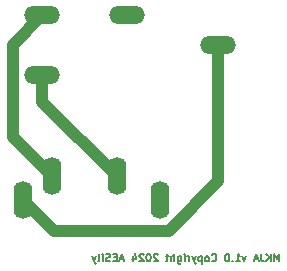
<source format=gbr>
%TF.GenerationSoftware,KiCad,Pcbnew,7.0.2*%
%TF.CreationDate,2024-01-06T11:14:16-08:00*%
%TF.ProjectId,MK_JackAdapter,4d4b5f4a-6163-46b4-9164-61707465722e,1.0*%
%TF.SameCoordinates,Original*%
%TF.FileFunction,Copper,L2,Bot*%
%TF.FilePolarity,Positive*%
%FSLAX46Y46*%
G04 Gerber Fmt 4.6, Leading zero omitted, Abs format (unit mm)*
G04 Created by KiCad (PCBNEW 7.0.2) date 2024-01-06 11:14:16*
%MOMM*%
%LPD*%
G01*
G04 APERTURE LIST*
%ADD10C,0.127000*%
%TA.AperFunction,NonConductor*%
%ADD11C,0.127000*%
%TD*%
%TA.AperFunction,ComponentPad*%
%ADD12O,1.600000X3.200000*%
%TD*%
%TA.AperFunction,ComponentPad*%
%ADD13O,3.016000X1.508000*%
%TD*%
%TA.AperFunction,Conductor*%
%ADD14C,1.000000*%
%TD*%
G04 APERTURE END LIST*
D10*
D11*
X125172409Y-121816888D02*
X125172409Y-121181888D01*
X125172409Y-121181888D02*
X124960742Y-121635459D01*
X124960742Y-121635459D02*
X124749076Y-121181888D01*
X124749076Y-121181888D02*
X124749076Y-121816888D01*
X124446695Y-121816888D02*
X124446695Y-121181888D01*
X124083838Y-121816888D02*
X124355981Y-121454030D01*
X124083838Y-121181888D02*
X124446695Y-121544745D01*
X123630266Y-121181888D02*
X123630266Y-121635459D01*
X123630266Y-121635459D02*
X123660505Y-121726173D01*
X123660505Y-121726173D02*
X123720981Y-121786650D01*
X123720981Y-121786650D02*
X123811695Y-121816888D01*
X123811695Y-121816888D02*
X123872171Y-121816888D01*
X123358123Y-121635459D02*
X123055742Y-121635459D01*
X123418599Y-121816888D02*
X123206933Y-121181888D01*
X123206933Y-121181888D02*
X122995266Y-121816888D01*
X122360265Y-121393554D02*
X122209075Y-121816888D01*
X122209075Y-121816888D02*
X122057884Y-121393554D01*
X121483360Y-121816888D02*
X121846217Y-121816888D01*
X121664789Y-121816888D02*
X121664789Y-121181888D01*
X121664789Y-121181888D02*
X121725265Y-121272602D01*
X121725265Y-121272602D02*
X121785741Y-121333078D01*
X121785741Y-121333078D02*
X121846217Y-121363316D01*
X121211217Y-121756411D02*
X121180979Y-121786650D01*
X121180979Y-121786650D02*
X121211217Y-121816888D01*
X121211217Y-121816888D02*
X121241455Y-121786650D01*
X121241455Y-121786650D02*
X121211217Y-121756411D01*
X121211217Y-121756411D02*
X121211217Y-121816888D01*
X120787884Y-121181888D02*
X120727407Y-121181888D01*
X120727407Y-121181888D02*
X120666931Y-121212126D01*
X120666931Y-121212126D02*
X120636693Y-121242364D01*
X120636693Y-121242364D02*
X120606455Y-121302840D01*
X120606455Y-121302840D02*
X120576217Y-121423792D01*
X120576217Y-121423792D02*
X120576217Y-121574983D01*
X120576217Y-121574983D02*
X120606455Y-121695935D01*
X120606455Y-121695935D02*
X120636693Y-121756411D01*
X120636693Y-121756411D02*
X120666931Y-121786650D01*
X120666931Y-121786650D02*
X120727407Y-121816888D01*
X120727407Y-121816888D02*
X120787884Y-121816888D01*
X120787884Y-121816888D02*
X120848360Y-121786650D01*
X120848360Y-121786650D02*
X120878598Y-121756411D01*
X120878598Y-121756411D02*
X120908836Y-121695935D01*
X120908836Y-121695935D02*
X120939074Y-121574983D01*
X120939074Y-121574983D02*
X120939074Y-121423792D01*
X120939074Y-121423792D02*
X120908836Y-121302840D01*
X120908836Y-121302840D02*
X120878598Y-121242364D01*
X120878598Y-121242364D02*
X120848360Y-121212126D01*
X120848360Y-121212126D02*
X120787884Y-121181888D01*
X119457407Y-121756411D02*
X119487645Y-121786650D01*
X119487645Y-121786650D02*
X119578359Y-121816888D01*
X119578359Y-121816888D02*
X119638835Y-121816888D01*
X119638835Y-121816888D02*
X119729550Y-121786650D01*
X119729550Y-121786650D02*
X119790026Y-121726173D01*
X119790026Y-121726173D02*
X119820264Y-121665697D01*
X119820264Y-121665697D02*
X119850502Y-121544745D01*
X119850502Y-121544745D02*
X119850502Y-121454030D01*
X119850502Y-121454030D02*
X119820264Y-121333078D01*
X119820264Y-121333078D02*
X119790026Y-121272602D01*
X119790026Y-121272602D02*
X119729550Y-121212126D01*
X119729550Y-121212126D02*
X119638835Y-121181888D01*
X119638835Y-121181888D02*
X119578359Y-121181888D01*
X119578359Y-121181888D02*
X119487645Y-121212126D01*
X119487645Y-121212126D02*
X119457407Y-121242364D01*
X119094550Y-121816888D02*
X119155026Y-121786650D01*
X119155026Y-121786650D02*
X119185264Y-121756411D01*
X119185264Y-121756411D02*
X119215502Y-121695935D01*
X119215502Y-121695935D02*
X119215502Y-121514507D01*
X119215502Y-121514507D02*
X119185264Y-121454030D01*
X119185264Y-121454030D02*
X119155026Y-121423792D01*
X119155026Y-121423792D02*
X119094550Y-121393554D01*
X119094550Y-121393554D02*
X119003835Y-121393554D01*
X119003835Y-121393554D02*
X118943359Y-121423792D01*
X118943359Y-121423792D02*
X118913121Y-121454030D01*
X118913121Y-121454030D02*
X118882883Y-121514507D01*
X118882883Y-121514507D02*
X118882883Y-121695935D01*
X118882883Y-121695935D02*
X118913121Y-121756411D01*
X118913121Y-121756411D02*
X118943359Y-121786650D01*
X118943359Y-121786650D02*
X119003835Y-121816888D01*
X119003835Y-121816888D02*
X119094550Y-121816888D01*
X118610740Y-121393554D02*
X118610740Y-122028554D01*
X118610740Y-121423792D02*
X118550264Y-121393554D01*
X118550264Y-121393554D02*
X118429311Y-121393554D01*
X118429311Y-121393554D02*
X118368835Y-121423792D01*
X118368835Y-121423792D02*
X118338597Y-121454030D01*
X118338597Y-121454030D02*
X118308359Y-121514507D01*
X118308359Y-121514507D02*
X118308359Y-121695935D01*
X118308359Y-121695935D02*
X118338597Y-121756411D01*
X118338597Y-121756411D02*
X118368835Y-121786650D01*
X118368835Y-121786650D02*
X118429311Y-121816888D01*
X118429311Y-121816888D02*
X118550264Y-121816888D01*
X118550264Y-121816888D02*
X118610740Y-121786650D01*
X118096692Y-121393554D02*
X117945502Y-121816888D01*
X117794311Y-121393554D02*
X117945502Y-121816888D01*
X117945502Y-121816888D02*
X118005978Y-121968078D01*
X118005978Y-121968078D02*
X118036216Y-121998316D01*
X118036216Y-121998316D02*
X118096692Y-122028554D01*
X117552406Y-121816888D02*
X117552406Y-121393554D01*
X117552406Y-121514507D02*
X117522168Y-121454030D01*
X117522168Y-121454030D02*
X117491930Y-121423792D01*
X117491930Y-121423792D02*
X117431454Y-121393554D01*
X117431454Y-121393554D02*
X117370977Y-121393554D01*
X117159311Y-121816888D02*
X117159311Y-121393554D01*
X117159311Y-121181888D02*
X117189549Y-121212126D01*
X117189549Y-121212126D02*
X117159311Y-121242364D01*
X117159311Y-121242364D02*
X117129073Y-121212126D01*
X117129073Y-121212126D02*
X117159311Y-121181888D01*
X117159311Y-121181888D02*
X117159311Y-121242364D01*
X116584787Y-121393554D02*
X116584787Y-121907602D01*
X116584787Y-121907602D02*
X116615025Y-121968078D01*
X116615025Y-121968078D02*
X116645263Y-121998316D01*
X116645263Y-121998316D02*
X116705740Y-122028554D01*
X116705740Y-122028554D02*
X116796454Y-122028554D01*
X116796454Y-122028554D02*
X116856930Y-121998316D01*
X116584787Y-121786650D02*
X116645263Y-121816888D01*
X116645263Y-121816888D02*
X116766216Y-121816888D01*
X116766216Y-121816888D02*
X116826692Y-121786650D01*
X116826692Y-121786650D02*
X116856930Y-121756411D01*
X116856930Y-121756411D02*
X116887168Y-121695935D01*
X116887168Y-121695935D02*
X116887168Y-121514507D01*
X116887168Y-121514507D02*
X116856930Y-121454030D01*
X116856930Y-121454030D02*
X116826692Y-121423792D01*
X116826692Y-121423792D02*
X116766216Y-121393554D01*
X116766216Y-121393554D02*
X116645263Y-121393554D01*
X116645263Y-121393554D02*
X116584787Y-121423792D01*
X116282406Y-121816888D02*
X116282406Y-121181888D01*
X116010263Y-121816888D02*
X116010263Y-121484269D01*
X116010263Y-121484269D02*
X116040501Y-121423792D01*
X116040501Y-121423792D02*
X116100977Y-121393554D01*
X116100977Y-121393554D02*
X116191692Y-121393554D01*
X116191692Y-121393554D02*
X116252168Y-121423792D01*
X116252168Y-121423792D02*
X116282406Y-121454030D01*
X115798596Y-121393554D02*
X115556692Y-121393554D01*
X115707882Y-121181888D02*
X115707882Y-121726173D01*
X115707882Y-121726173D02*
X115677644Y-121786650D01*
X115677644Y-121786650D02*
X115617168Y-121816888D01*
X115617168Y-121816888D02*
X115556692Y-121816888D01*
X114891453Y-121242364D02*
X114861215Y-121212126D01*
X114861215Y-121212126D02*
X114800739Y-121181888D01*
X114800739Y-121181888D02*
X114649548Y-121181888D01*
X114649548Y-121181888D02*
X114589072Y-121212126D01*
X114589072Y-121212126D02*
X114558834Y-121242364D01*
X114558834Y-121242364D02*
X114528596Y-121302840D01*
X114528596Y-121302840D02*
X114528596Y-121363316D01*
X114528596Y-121363316D02*
X114558834Y-121454030D01*
X114558834Y-121454030D02*
X114921691Y-121816888D01*
X114921691Y-121816888D02*
X114528596Y-121816888D01*
X114135501Y-121181888D02*
X114075024Y-121181888D01*
X114075024Y-121181888D02*
X114014548Y-121212126D01*
X114014548Y-121212126D02*
X113984310Y-121242364D01*
X113984310Y-121242364D02*
X113954072Y-121302840D01*
X113954072Y-121302840D02*
X113923834Y-121423792D01*
X113923834Y-121423792D02*
X113923834Y-121574983D01*
X113923834Y-121574983D02*
X113954072Y-121695935D01*
X113954072Y-121695935D02*
X113984310Y-121756411D01*
X113984310Y-121756411D02*
X114014548Y-121786650D01*
X114014548Y-121786650D02*
X114075024Y-121816888D01*
X114075024Y-121816888D02*
X114135501Y-121816888D01*
X114135501Y-121816888D02*
X114195977Y-121786650D01*
X114195977Y-121786650D02*
X114226215Y-121756411D01*
X114226215Y-121756411D02*
X114256453Y-121695935D01*
X114256453Y-121695935D02*
X114286691Y-121574983D01*
X114286691Y-121574983D02*
X114286691Y-121423792D01*
X114286691Y-121423792D02*
X114256453Y-121302840D01*
X114256453Y-121302840D02*
X114226215Y-121242364D01*
X114226215Y-121242364D02*
X114195977Y-121212126D01*
X114195977Y-121212126D02*
X114135501Y-121181888D01*
X113681929Y-121242364D02*
X113651691Y-121212126D01*
X113651691Y-121212126D02*
X113591215Y-121181888D01*
X113591215Y-121181888D02*
X113440024Y-121181888D01*
X113440024Y-121181888D02*
X113379548Y-121212126D01*
X113379548Y-121212126D02*
X113349310Y-121242364D01*
X113349310Y-121242364D02*
X113319072Y-121302840D01*
X113319072Y-121302840D02*
X113319072Y-121363316D01*
X113319072Y-121363316D02*
X113349310Y-121454030D01*
X113349310Y-121454030D02*
X113712167Y-121816888D01*
X113712167Y-121816888D02*
X113319072Y-121816888D01*
X112774786Y-121393554D02*
X112774786Y-121816888D01*
X112925977Y-121151650D02*
X113077167Y-121605221D01*
X113077167Y-121605221D02*
X112684072Y-121605221D01*
X111988595Y-121635459D02*
X111686214Y-121635459D01*
X112049071Y-121816888D02*
X111837405Y-121181888D01*
X111837405Y-121181888D02*
X111625738Y-121816888D01*
X111414071Y-121484269D02*
X111202404Y-121484269D01*
X111111690Y-121816888D02*
X111414071Y-121816888D01*
X111414071Y-121816888D02*
X111414071Y-121181888D01*
X111414071Y-121181888D02*
X111111690Y-121181888D01*
X110869785Y-121786650D02*
X110779071Y-121816888D01*
X110779071Y-121816888D02*
X110627880Y-121816888D01*
X110627880Y-121816888D02*
X110567404Y-121786650D01*
X110567404Y-121786650D02*
X110537166Y-121756411D01*
X110537166Y-121756411D02*
X110506928Y-121695935D01*
X110506928Y-121695935D02*
X110506928Y-121635459D01*
X110506928Y-121635459D02*
X110537166Y-121574983D01*
X110537166Y-121574983D02*
X110567404Y-121544745D01*
X110567404Y-121544745D02*
X110627880Y-121514507D01*
X110627880Y-121514507D02*
X110748833Y-121484269D01*
X110748833Y-121484269D02*
X110809309Y-121454030D01*
X110809309Y-121454030D02*
X110839547Y-121423792D01*
X110839547Y-121423792D02*
X110869785Y-121363316D01*
X110869785Y-121363316D02*
X110869785Y-121302840D01*
X110869785Y-121302840D02*
X110839547Y-121242364D01*
X110839547Y-121242364D02*
X110809309Y-121212126D01*
X110809309Y-121212126D02*
X110748833Y-121181888D01*
X110748833Y-121181888D02*
X110597642Y-121181888D01*
X110597642Y-121181888D02*
X110506928Y-121212126D01*
X110234785Y-121816888D02*
X110234785Y-121393554D01*
X110234785Y-121181888D02*
X110265023Y-121212126D01*
X110265023Y-121212126D02*
X110234785Y-121242364D01*
X110234785Y-121242364D02*
X110204547Y-121212126D01*
X110204547Y-121212126D02*
X110234785Y-121181888D01*
X110234785Y-121181888D02*
X110234785Y-121242364D01*
X109841690Y-121816888D02*
X109902166Y-121786650D01*
X109902166Y-121786650D02*
X109932404Y-121726173D01*
X109932404Y-121726173D02*
X109932404Y-121181888D01*
X109660261Y-121393554D02*
X109509071Y-121816888D01*
X109357880Y-121393554D02*
X109509071Y-121816888D01*
X109509071Y-121816888D02*
X109569547Y-121968078D01*
X109569547Y-121968078D02*
X109599785Y-121998316D01*
X109599785Y-121998316D02*
X109660261Y-122028554D01*
D12*
%TO.P,J2,1*%
%TO.N,Net-(J1-Pad1)*%
X103515000Y-116612500D03*
%TO.P,J2,2*%
%TO.N,/KEY_PDL_DOT-*%
X105915000Y-114612500D03*
%TO.P,J2,3*%
%TO.N,/PDL_DASH-*%
X111415000Y-114612500D03*
%TO.P,J2,4*%
%TO.N,unconnected-(J2-Pad4)*%
X115115000Y-116612500D03*
%TD*%
D13*
%TO.P,J1,1*%
%TO.N,Net-(J1-Pad1)*%
X120015000Y-103505000D03*
%TO.P,J1,2*%
%TO.N,/KEY_PDL_DOT-*%
X105115000Y-101005000D03*
%TO.P,J1,3*%
%TO.N,/PDL_DASH-*%
X105115000Y-106005000D03*
%TO.P,J1,4*%
%TO.N,unconnected-(J1-Pad4)*%
X112315000Y-101005000D03*
%TD*%
D14*
%TO.N,Net-(J1-Pad1)*%
X106115000Y-119212500D02*
X103515000Y-116612500D01*
X120015000Y-103505000D02*
X120015000Y-115058084D01*
X120015000Y-115058084D02*
X115860584Y-119212500D01*
X115860584Y-119212500D02*
X106115000Y-119212500D01*
%TO.N,/KEY_PDL_DOT-*%
X102607000Y-111304500D02*
X105915000Y-114612500D01*
X102607000Y-103513000D02*
X102607000Y-111304500D01*
X105115000Y-101005000D02*
X102607000Y-103513000D01*
%TO.N,/PDL_DASH-*%
X105115000Y-108312500D02*
X111415000Y-114612500D01*
X105115000Y-106005000D02*
X105115000Y-108312500D01*
%TD*%
M02*

</source>
